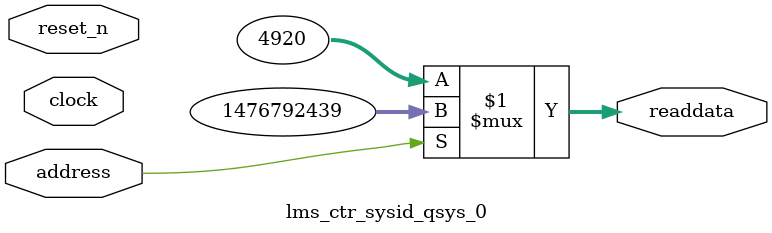
<source format=v>
module lms_ctr_sysid_qsys_0(	// file.cleaned.mlir:2:3
  input         address,	// file.cleaned.mlir:2:38
                clock,	// file.cleaned.mlir:2:56
                reset_n,	// file.cleaned.mlir:2:72
  output [31:0] readdata	// file.cleaned.mlir:2:91
);

  assign readdata = address ? 32'h58061077 : 32'h1338;	// file.cleaned.mlir:3:18, :4:24, :5:10, :6:5
endmodule


</source>
